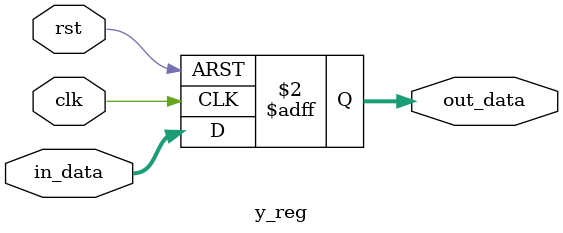
<source format=v>
`timescale 1ns / 1ps


module y_reg (
    input clk,
    input rst,
    input [31:0] in_data,
    output reg [31:0] out_data
);

  always @(posedge clk or posedge rst) begin
    if (rst)
      out_data <= 32'd0;
    else
      out_data <= in_data;
  end
endmodule
</source>
